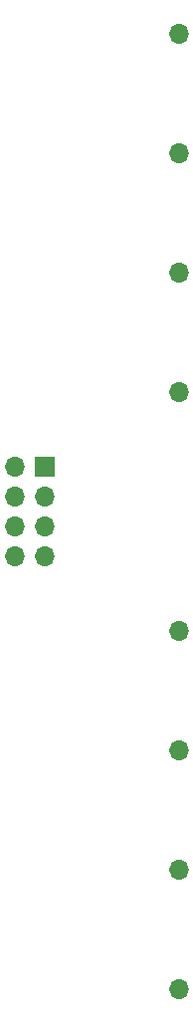
<source format=gbr>
%TF.GenerationSoftware,KiCad,Pcbnew,8.0.4-8.0.4-0~ubuntu22.04.1*%
%TF.CreationDate,2024-08-10T22:35:36+03:00*%
%TF.ProjectId,PM-RQ8-front,504d2d52-5138-42d6-9672-6f6e742e6b69,rev?*%
%TF.SameCoordinates,Original*%
%TF.FileFunction,Soldermask,Top*%
%TF.FilePolarity,Negative*%
%FSLAX46Y46*%
G04 Gerber Fmt 4.6, Leading zero omitted, Abs format (unit mm)*
G04 Created by KiCad (PCBNEW 8.0.4-8.0.4-0~ubuntu22.04.1) date 2024-08-10 22:35:36*
%MOMM*%
%LPD*%
G01*
G04 APERTURE LIST*
%ADD10O,1.700000X1.700000*%
%ADD11R,1.700000X1.700000*%
G04 APERTURE END LIST*
D10*
%TO.C,D5*%
X77470000Y-110490000D03*
%TD*%
%TO.C,D4*%
X77470000Y-90170000D03*
%TD*%
%TO.C,D3*%
X77470000Y-80010000D03*
%TD*%
%TO.C,D6*%
X77470000Y-120650000D03*
%TD*%
%TO.C,D1*%
X77470000Y-59690000D03*
%TD*%
%TO.C,D2*%
X77470000Y-69850000D03*
%TD*%
%TO.C,D8*%
X77470000Y-140970000D03*
%TD*%
%TO.C,D7*%
X77470000Y-130810000D03*
%TD*%
D11*
%TO.C,J2*%
X66040000Y-96520000D03*
D10*
X63500000Y-96520000D03*
X66040000Y-99060000D03*
X63500000Y-99060000D03*
X66040000Y-101600000D03*
X63500000Y-101600000D03*
X66040000Y-104140000D03*
X63500000Y-104140000D03*
%TD*%
M02*

</source>
